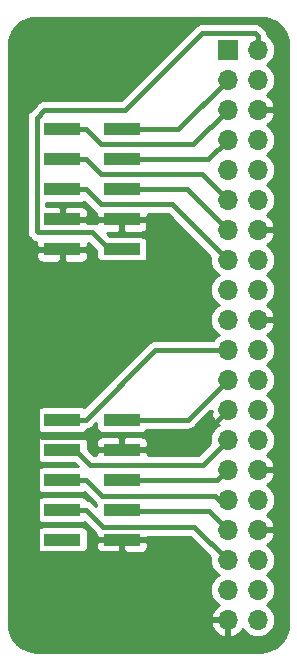
<source format=gbr>
G04 #@! TF.GenerationSoftware,KiCad,Pcbnew,5.1.4-e60b266~84~ubuntu16.04.1*
G04 #@! TF.CreationDate,2019-12-29T16:04:45+00:00*
G04 #@! TF.ProjectId,nas-mod-pi,6e61732d-6d6f-4642-9d70-692e6b696361,rev?*
G04 #@! TF.SameCoordinates,PX4db9760PY83d8710*
G04 #@! TF.FileFunction,Copper,L1,Top*
G04 #@! TF.FilePolarity,Positive*
%FSLAX46Y46*%
G04 Gerber Fmt 4.6, Leading zero omitted, Abs format (unit mm)*
G04 Created by KiCad (PCBNEW 5.1.4-e60b266~84~ubuntu16.04.1) date 2019-12-29 16:04:45*
%MOMM*%
%LPD*%
G04 APERTURE LIST*
%ADD10O,1.700000X1.700000*%
%ADD11R,1.700000X1.700000*%
%ADD12R,3.150000X1.000000*%
%ADD13C,0.400000*%
%ADD14C,0.254000*%
G04 APERTURE END LIST*
D10*
X21750000Y3340000D03*
X19210000Y3340000D03*
X21750000Y5880000D03*
X19210000Y5880000D03*
X21750000Y8420000D03*
X19210000Y8420000D03*
X21750000Y10960000D03*
X19210000Y10960000D03*
X21750000Y13500000D03*
X19210000Y13500000D03*
X21750000Y16040000D03*
X19210000Y16040000D03*
X21750000Y18580000D03*
X19210000Y18580000D03*
X21750000Y21120000D03*
X19210000Y21120000D03*
X21750000Y23660000D03*
X19210000Y23660000D03*
X21750000Y26200000D03*
X19210000Y26200000D03*
X21750000Y28740000D03*
X19210000Y28740000D03*
X21750000Y31280000D03*
X19210000Y31280000D03*
X21750000Y33820000D03*
X19210000Y33820000D03*
X21750000Y36360000D03*
X19210000Y36360000D03*
X21750000Y38900000D03*
X19210000Y38900000D03*
X21750000Y41440000D03*
X19210000Y41440000D03*
X21750000Y43980000D03*
X19210000Y43980000D03*
X21750000Y46520000D03*
X19210000Y46520000D03*
X21750000Y49060000D03*
X19210000Y49060000D03*
X21750000Y51600000D03*
D11*
X19210000Y51600000D03*
D12*
X5200000Y20296668D03*
X10250000Y20296668D03*
X5200000Y17756668D03*
X10250000Y17756668D03*
X5200000Y15216668D03*
X10250000Y15216668D03*
X5200000Y12676668D03*
X10250000Y12676668D03*
X5200000Y10136668D03*
X10250000Y10136668D03*
X5200000Y44863334D03*
X10250000Y44863334D03*
X5200000Y42323334D03*
X10250000Y42323334D03*
X5200000Y39783334D03*
X10250000Y39783334D03*
X5200000Y37243334D03*
X10250000Y37243334D03*
X5200000Y34703334D03*
X10250000Y34703334D03*
D13*
X9175000Y34703334D02*
X7735001Y36143333D01*
X7735001Y36143333D02*
X3144999Y36143333D01*
X21750000Y52802081D02*
X21750000Y51600000D01*
X3024999Y36263333D02*
X3024999Y45843335D01*
X3024999Y45843335D02*
X3681664Y46500000D01*
X3681664Y46500000D02*
X10500000Y46500000D01*
X10250000Y34703334D02*
X9175000Y34703334D01*
X10500000Y46500000D02*
X17050001Y53050001D01*
X3144999Y36143333D02*
X3024999Y36263333D01*
X21502080Y53050001D02*
X21750000Y52802081D01*
X17050001Y53050001D02*
X21502080Y53050001D01*
X18007919Y3340000D02*
X19210000Y3340000D01*
X16146668Y3340000D02*
X18007919Y3340000D01*
X10250000Y9236668D02*
X16146668Y3340000D01*
X10250000Y17756668D02*
X15846668Y17756668D01*
X5200000Y37243334D02*
X10250000Y37243334D01*
X7175000Y34703334D02*
X5200000Y34703334D01*
X8275001Y33603333D02*
X7175000Y34703334D01*
X12305001Y33603333D02*
X8275001Y33603333D01*
X12425001Y33723333D02*
X12305001Y33603333D01*
X12425001Y37043333D02*
X12425001Y33723333D01*
X12225000Y37243334D02*
X12425001Y37043333D01*
X10250000Y37243334D02*
X12225000Y37243334D01*
X8275000Y17756668D02*
X10250000Y17756668D01*
X7174999Y18856669D02*
X8275000Y17756668D01*
X3024999Y19316667D02*
X3484997Y18856669D01*
X3484997Y18856669D02*
X7174999Y18856669D01*
X5200000Y33803334D02*
X3024999Y31628333D01*
X5200000Y34703334D02*
X5200000Y33803334D01*
X15846668Y17756668D02*
X19210000Y21120000D01*
X10049999Y9036667D02*
X3144999Y9036667D01*
X3144999Y9036667D02*
X3024999Y9156667D01*
X10250000Y9236668D02*
X10049999Y9036667D01*
X10250000Y10136668D02*
X10250000Y9236668D01*
X3024999Y31628333D02*
X3024999Y20024999D01*
X3024999Y20024999D02*
X3024999Y19316667D01*
X3024999Y9156667D02*
X3024999Y20024999D01*
X15786666Y39783334D02*
X19210000Y36360000D01*
X10250000Y39783334D02*
X15786666Y39783334D01*
X5200000Y39783334D02*
X6275000Y39783334D01*
X8445000Y38513334D02*
X7175000Y39783334D01*
X7175000Y39783334D02*
X5200000Y39783334D01*
X14516666Y38513334D02*
X8445000Y38513334D01*
X19210000Y33820000D02*
X14516666Y38513334D01*
X17553334Y42323334D02*
X19210000Y43980000D01*
X10250000Y42323334D02*
X17553334Y42323334D01*
X7175000Y42323334D02*
X5200000Y42323334D01*
X8445000Y41053334D02*
X7175000Y42323334D01*
X17056666Y41053334D02*
X8445000Y41053334D01*
X19210000Y38900000D02*
X17056666Y41053334D01*
X15013334Y44863334D02*
X19210000Y49060000D01*
X10250000Y44863334D02*
X15013334Y44863334D01*
X7175000Y44863334D02*
X5200000Y44863334D01*
X16283334Y43593334D02*
X8445000Y43593334D01*
X8445000Y43593334D02*
X7175000Y44863334D01*
X19210000Y46520000D02*
X16283334Y43593334D01*
X17629328Y12540672D02*
X19210000Y10960000D01*
X10250000Y12540672D02*
X17629328Y12540672D01*
X8614999Y11236669D02*
X16393331Y11236669D01*
X7175000Y12676668D02*
X8614999Y11236669D01*
X16393331Y11236669D02*
X19210000Y8420000D01*
X5200000Y12676668D02*
X7175000Y12676668D01*
X18318670Y15148670D02*
X19210000Y16040000D01*
X10250000Y15148670D02*
X18318670Y15148670D01*
X5200000Y15216668D02*
X6275000Y15216668D01*
X18490726Y13500000D02*
X19250000Y13500000D01*
X7175000Y15216668D02*
X8546997Y13844671D01*
X5200000Y15216668D02*
X7175000Y15216668D01*
X8546997Y13844671D02*
X18146055Y13844671D01*
X18146055Y13844671D02*
X18490726Y13500000D01*
X17082669Y16452669D02*
X19210000Y18580000D01*
X7578999Y16452669D02*
X17082669Y16452669D01*
X6275000Y17756668D02*
X7578999Y16452669D01*
X5200000Y17756668D02*
X6275000Y17756668D01*
X13078332Y26200000D02*
X18007919Y26200000D01*
X7175000Y20296668D02*
X13078332Y26200000D01*
X18007919Y26200000D02*
X19210000Y26200000D01*
X5200000Y20296668D02*
X7175000Y20296668D01*
X15846668Y20296668D02*
X19210000Y23660000D01*
X10250000Y20296668D02*
X15846668Y20296668D01*
D14*
G36*
X22453893Y54292330D02*
G01*
X22890498Y54160511D01*
X23293185Y53946400D01*
X23646612Y53658152D01*
X23937327Y53306739D01*
X24154242Y52905561D01*
X24289106Y52469887D01*
X24340000Y51985656D01*
X24340001Y3032289D01*
X24292330Y2546106D01*
X24160512Y2109503D01*
X23946399Y1706814D01*
X23658150Y1353387D01*
X23306739Y1062673D01*
X22905564Y845760D01*
X22469886Y710894D01*
X21985664Y660000D01*
X3032279Y660000D01*
X2546106Y707670D01*
X2109503Y839488D01*
X1706814Y1053601D01*
X1353387Y1341850D01*
X1062673Y1693261D01*
X845760Y2094436D01*
X710894Y2530114D01*
X663282Y2983110D01*
X17768524Y2983110D01*
X17813175Y2835901D01*
X17938359Y2573080D01*
X18112412Y2339731D01*
X18328645Y2144822D01*
X18578748Y1995843D01*
X18853109Y1898519D01*
X19083000Y2019186D01*
X19083000Y3213000D01*
X17889845Y3213000D01*
X17768524Y2983110D01*
X663282Y2983110D01*
X660000Y3014336D01*
X660000Y10636668D01*
X2986928Y10636668D01*
X2986928Y9636668D01*
X2999188Y9512186D01*
X3035498Y9392488D01*
X3094463Y9282174D01*
X3173815Y9185483D01*
X3270506Y9106131D01*
X3380820Y9047166D01*
X3500518Y9010856D01*
X3625000Y8998596D01*
X6775000Y8998596D01*
X6899482Y9010856D01*
X7019180Y9047166D01*
X7129494Y9106131D01*
X7226185Y9185483D01*
X7305537Y9282174D01*
X7364502Y9392488D01*
X7400812Y9512186D01*
X7413072Y9636668D01*
X8036928Y9636668D01*
X8049188Y9512186D01*
X8085498Y9392488D01*
X8144463Y9282174D01*
X8223815Y9185483D01*
X8320506Y9106131D01*
X8430820Y9047166D01*
X8550518Y9010856D01*
X8675000Y8998596D01*
X9964250Y9001668D01*
X10123000Y9160418D01*
X10123000Y10009668D01*
X10377000Y10009668D01*
X10377000Y9160418D01*
X10535750Y9001668D01*
X11825000Y8998596D01*
X11949482Y9010856D01*
X12069180Y9047166D01*
X12179494Y9106131D01*
X12276185Y9185483D01*
X12355537Y9282174D01*
X12414502Y9392488D01*
X12450812Y9512186D01*
X12463072Y9636668D01*
X12460000Y9850918D01*
X12301250Y10009668D01*
X10377000Y10009668D01*
X10123000Y10009668D01*
X8198750Y10009668D01*
X8040000Y9850918D01*
X8036928Y9636668D01*
X7413072Y9636668D01*
X7413072Y10636668D01*
X7400812Y10761150D01*
X7364502Y10880848D01*
X7305537Y10991162D01*
X7226185Y11087853D01*
X7129494Y11167205D01*
X7019180Y11226170D01*
X6899482Y11262480D01*
X6775000Y11274740D01*
X3625000Y11274740D01*
X3500518Y11262480D01*
X3380820Y11226170D01*
X3270506Y11167205D01*
X3173815Y11087853D01*
X3094463Y10991162D01*
X3035498Y10880848D01*
X2999188Y10761150D01*
X2986928Y10636668D01*
X660000Y10636668D01*
X660000Y34203334D01*
X2986928Y34203334D01*
X2999188Y34078852D01*
X3035498Y33959154D01*
X3094463Y33848840D01*
X3173815Y33752149D01*
X3270506Y33672797D01*
X3380820Y33613832D01*
X3500518Y33577522D01*
X3625000Y33565262D01*
X4914250Y33568334D01*
X5073000Y33727084D01*
X5073000Y34576334D01*
X5327000Y34576334D01*
X5327000Y33727084D01*
X5485750Y33568334D01*
X6775000Y33565262D01*
X6899482Y33577522D01*
X7019180Y33613832D01*
X7129494Y33672797D01*
X7226185Y33752149D01*
X7305537Y33848840D01*
X7364502Y33959154D01*
X7400812Y34078852D01*
X7413072Y34203334D01*
X7410000Y34417584D01*
X7251250Y34576334D01*
X5327000Y34576334D01*
X5073000Y34576334D01*
X3148750Y34576334D01*
X2990000Y34417584D01*
X2986928Y34203334D01*
X660000Y34203334D01*
X660000Y45843335D01*
X2185959Y45843335D01*
X2190000Y45802306D01*
X2189999Y36304352D01*
X2185959Y36263333D01*
X2189999Y36222315D01*
X2202081Y36099645D01*
X2249827Y35942247D01*
X2327363Y35797188D01*
X2431708Y35670042D01*
X2463576Y35643889D01*
X2525556Y35581908D01*
X2551708Y35550042D01*
X2678853Y35445697D01*
X2823912Y35368161D01*
X2981310Y35320415D01*
X2998294Y35318742D01*
X2986928Y35203334D01*
X2990000Y34989084D01*
X3148750Y34830334D01*
X5073000Y34830334D01*
X5073000Y34850334D01*
X5327000Y34850334D01*
X5327000Y34830334D01*
X7251250Y34830334D01*
X7410000Y34989084D01*
X7413072Y35203334D01*
X7404216Y35293251D01*
X8036928Y34660538D01*
X8036928Y34203334D01*
X8049188Y34078852D01*
X8085498Y33959154D01*
X8144463Y33848840D01*
X8223815Y33752149D01*
X8320506Y33672797D01*
X8430820Y33613832D01*
X8550518Y33577522D01*
X8675000Y33565262D01*
X11825000Y33565262D01*
X11949482Y33577522D01*
X12069180Y33613832D01*
X12179494Y33672797D01*
X12276185Y33752149D01*
X12355537Y33848840D01*
X12414502Y33959154D01*
X12450812Y34078852D01*
X12463072Y34203334D01*
X12463072Y35203334D01*
X12450812Y35327816D01*
X12414502Y35447514D01*
X12355537Y35557828D01*
X12276185Y35654519D01*
X12179494Y35733871D01*
X12069180Y35792836D01*
X11949482Y35829146D01*
X11825000Y35841406D01*
X9217796Y35841406D01*
X8953276Y36105925D01*
X9964250Y36108334D01*
X10123000Y36267084D01*
X10123000Y37116334D01*
X10377000Y37116334D01*
X10377000Y36267084D01*
X10535750Y36108334D01*
X11825000Y36105262D01*
X11949482Y36117522D01*
X12069180Y36153832D01*
X12179494Y36212797D01*
X12276185Y36292149D01*
X12355537Y36388840D01*
X12414502Y36499154D01*
X12450812Y36618852D01*
X12463072Y36743334D01*
X12460000Y36957584D01*
X12301250Y37116334D01*
X10377000Y37116334D01*
X10123000Y37116334D01*
X8198750Y37116334D01*
X8040000Y36957584D01*
X8039512Y36923533D01*
X7898690Y36966251D01*
X7776020Y36978333D01*
X7776019Y36978333D01*
X7735001Y36982373D01*
X7693983Y36978333D01*
X7389251Y36978333D01*
X7251250Y37116334D01*
X5327000Y37116334D01*
X5327000Y37096334D01*
X5073000Y37096334D01*
X5073000Y37116334D01*
X5053000Y37116334D01*
X5053000Y37370334D01*
X5073000Y37370334D01*
X5073000Y38219584D01*
X5327000Y38219584D01*
X5327000Y37370334D01*
X7251250Y37370334D01*
X7410000Y37529084D01*
X7413072Y37743334D01*
X7400812Y37867816D01*
X7364502Y37987514D01*
X7305537Y38097828D01*
X7226185Y38194519D01*
X7129494Y38273871D01*
X7019180Y38332836D01*
X6899482Y38369146D01*
X6775000Y38381406D01*
X5485750Y38378334D01*
X5327000Y38219584D01*
X5073000Y38219584D01*
X4914250Y38378334D01*
X3859999Y38380846D01*
X3859999Y38645262D01*
X6775000Y38645262D01*
X6899482Y38657522D01*
X7019180Y38693832D01*
X7061183Y38716283D01*
X7825558Y37951908D01*
X7851709Y37920043D01*
X7978854Y37815698D01*
X8040794Y37782590D01*
X8036928Y37743334D01*
X8040000Y37529084D01*
X8198750Y37370334D01*
X10123000Y37370334D01*
X10123000Y37390334D01*
X10377000Y37390334D01*
X10377000Y37370334D01*
X12301250Y37370334D01*
X12460000Y37529084D01*
X12462140Y37678334D01*
X14170799Y37678334D01*
X17745728Y34103404D01*
X17717815Y33820000D01*
X17746487Y33528889D01*
X17831401Y33248966D01*
X17969294Y32990986D01*
X18154866Y32764866D01*
X18380986Y32579294D01*
X18435791Y32550000D01*
X18380986Y32520706D01*
X18154866Y32335134D01*
X17969294Y32109014D01*
X17831401Y31851034D01*
X17746487Y31571111D01*
X17717815Y31280000D01*
X17746487Y30988889D01*
X17831401Y30708966D01*
X17969294Y30450986D01*
X18154866Y30224866D01*
X18380986Y30039294D01*
X18435791Y30010000D01*
X18380986Y29980706D01*
X18154866Y29795134D01*
X17969294Y29569014D01*
X17831401Y29311034D01*
X17746487Y29031111D01*
X17717815Y28740000D01*
X17746487Y28448889D01*
X17831401Y28168966D01*
X17969294Y27910986D01*
X18154866Y27684866D01*
X18380986Y27499294D01*
X18435791Y27470000D01*
X18380986Y27440706D01*
X18154866Y27255134D01*
X17974207Y27035000D01*
X13119350Y27035000D01*
X13078331Y27039040D01*
X13037313Y27035000D01*
X12914643Y27022918D01*
X12757245Y26975172D01*
X12612186Y26897636D01*
X12485041Y26793291D01*
X12458891Y26761427D01*
X7061183Y21363718D01*
X7019180Y21386170D01*
X6899482Y21422480D01*
X6775000Y21434740D01*
X3625000Y21434740D01*
X3500518Y21422480D01*
X3380820Y21386170D01*
X3270506Y21327205D01*
X3173815Y21247853D01*
X3094463Y21151162D01*
X3035498Y21040848D01*
X2999188Y20921150D01*
X2986928Y20796668D01*
X2986928Y19796668D01*
X2999188Y19672186D01*
X3035498Y19552488D01*
X3094463Y19442174D01*
X3173815Y19345483D01*
X3270506Y19266131D01*
X3380820Y19207166D01*
X3500518Y19170856D01*
X3625000Y19158596D01*
X6775000Y19158596D01*
X6899482Y19170856D01*
X7019180Y19207166D01*
X7129494Y19266131D01*
X7226185Y19345483D01*
X7305537Y19442174D01*
X7321511Y19472058D01*
X7338689Y19473750D01*
X7496087Y19521496D01*
X7641146Y19599032D01*
X7768291Y19703377D01*
X7794446Y19735247D01*
X8036928Y19977729D01*
X8036928Y19796668D01*
X8049188Y19672186D01*
X8085498Y19552488D01*
X8144463Y19442174D01*
X8223815Y19345483D01*
X8320506Y19266131D01*
X8430820Y19207166D01*
X8550518Y19170856D01*
X8675000Y19158596D01*
X11825000Y19158596D01*
X11949482Y19170856D01*
X12069180Y19207166D01*
X12179494Y19266131D01*
X12276185Y19345483D01*
X12355537Y19442174D01*
X12365957Y19461668D01*
X15805650Y19461668D01*
X15846668Y19457628D01*
X15887686Y19461668D01*
X15887687Y19461668D01*
X16010357Y19473750D01*
X16167755Y19521496D01*
X16312814Y19599032D01*
X16439959Y19703377D01*
X16466114Y19735247D01*
X17725000Y20994132D01*
X17725000Y20992998D01*
X17889844Y20992998D01*
X17768524Y20763110D01*
X17813175Y20615901D01*
X17938359Y20353080D01*
X18112412Y20119731D01*
X18328645Y19924822D01*
X18445523Y19855201D01*
X18380986Y19820706D01*
X18154866Y19635134D01*
X17969294Y19409014D01*
X17831401Y19151034D01*
X17746487Y18871111D01*
X17717815Y18580000D01*
X17745728Y18296596D01*
X16736802Y17287669D01*
X12462627Y17287669D01*
X12460000Y17470918D01*
X12301250Y17629668D01*
X10377000Y17629668D01*
X10377000Y17609668D01*
X10123000Y17609668D01*
X10123000Y17629668D01*
X8198750Y17629668D01*
X8040000Y17470918D01*
X8037373Y17287669D01*
X7924867Y17287669D01*
X7413072Y17799463D01*
X7413072Y18256668D01*
X8036928Y18256668D01*
X8040000Y18042418D01*
X8198750Y17883668D01*
X10123000Y17883668D01*
X10123000Y18732918D01*
X10377000Y18732918D01*
X10377000Y17883668D01*
X12301250Y17883668D01*
X12460000Y18042418D01*
X12463072Y18256668D01*
X12450812Y18381150D01*
X12414502Y18500848D01*
X12355537Y18611162D01*
X12276185Y18707853D01*
X12179494Y18787205D01*
X12069180Y18846170D01*
X11949482Y18882480D01*
X11825000Y18894740D01*
X10535750Y18891668D01*
X10377000Y18732918D01*
X10123000Y18732918D01*
X9964250Y18891668D01*
X8675000Y18894740D01*
X8550518Y18882480D01*
X8430820Y18846170D01*
X8320506Y18787205D01*
X8223815Y18707853D01*
X8144463Y18611162D01*
X8085498Y18500848D01*
X8049188Y18381150D01*
X8036928Y18256668D01*
X7413072Y18256668D01*
X7400812Y18381150D01*
X7364502Y18500848D01*
X7305537Y18611162D01*
X7226185Y18707853D01*
X7129494Y18787205D01*
X7019180Y18846170D01*
X6899482Y18882480D01*
X6775000Y18894740D01*
X3625000Y18894740D01*
X3500518Y18882480D01*
X3380820Y18846170D01*
X3270506Y18787205D01*
X3173815Y18707853D01*
X3094463Y18611162D01*
X3035498Y18500848D01*
X2999188Y18381150D01*
X2986928Y18256668D01*
X2986928Y17256668D01*
X2999188Y17132186D01*
X3035498Y17012488D01*
X3094463Y16902174D01*
X3173815Y16805483D01*
X3270506Y16726131D01*
X3380820Y16667166D01*
X3500518Y16630856D01*
X3625000Y16618596D01*
X6232205Y16618596D01*
X6496060Y16354740D01*
X3625000Y16354740D01*
X3500518Y16342480D01*
X3380820Y16306170D01*
X3270506Y16247205D01*
X3173815Y16167853D01*
X3094463Y16071162D01*
X3035498Y15960848D01*
X2999188Y15841150D01*
X2986928Y15716668D01*
X2986928Y14716668D01*
X2999188Y14592186D01*
X3035498Y14472488D01*
X3094463Y14362174D01*
X3173815Y14265483D01*
X3270506Y14186131D01*
X3380820Y14127166D01*
X3500518Y14090856D01*
X3625000Y14078596D01*
X6775000Y14078596D01*
X6899482Y14090856D01*
X7019180Y14127166D01*
X7061183Y14149617D01*
X7927560Y13283239D01*
X7953706Y13251380D01*
X7985565Y13225234D01*
X7985567Y13225232D01*
X8037512Y13182602D01*
X8036928Y13176668D01*
X8036928Y12995607D01*
X7794446Y13238089D01*
X7768291Y13269959D01*
X7641146Y13374304D01*
X7496087Y13451840D01*
X7338689Y13499586D01*
X7321511Y13501278D01*
X7305537Y13531162D01*
X7226185Y13627853D01*
X7129494Y13707205D01*
X7019180Y13766170D01*
X6899482Y13802480D01*
X6775000Y13814740D01*
X3625000Y13814740D01*
X3500518Y13802480D01*
X3380820Y13766170D01*
X3270506Y13707205D01*
X3173815Y13627853D01*
X3094463Y13531162D01*
X3035498Y13420848D01*
X2999188Y13301150D01*
X2986928Y13176668D01*
X2986928Y12176668D01*
X2999188Y12052186D01*
X3035498Y11932488D01*
X3094463Y11822174D01*
X3173815Y11725483D01*
X3270506Y11646131D01*
X3380820Y11587166D01*
X3500518Y11550856D01*
X3625000Y11538596D01*
X6775000Y11538596D01*
X6899482Y11550856D01*
X7019180Y11587166D01*
X7061183Y11609618D01*
X7995558Y10675243D01*
X8021708Y10643378D01*
X8037012Y10630818D01*
X8040000Y10422418D01*
X8198750Y10263668D01*
X10123000Y10263668D01*
X10123000Y10283668D01*
X10377000Y10283668D01*
X10377000Y10263668D01*
X12301250Y10263668D01*
X12439251Y10401669D01*
X16047464Y10401669D01*
X17745728Y8703404D01*
X17717815Y8420000D01*
X17746487Y8128889D01*
X17831401Y7848966D01*
X17969294Y7590986D01*
X18154866Y7364866D01*
X18380986Y7179294D01*
X18435791Y7150000D01*
X18380986Y7120706D01*
X18154866Y6935134D01*
X17969294Y6709014D01*
X17831401Y6451034D01*
X17746487Y6171111D01*
X17717815Y5880000D01*
X17746487Y5588889D01*
X17831401Y5308966D01*
X17969294Y5050986D01*
X18154866Y4824866D01*
X18380986Y4639294D01*
X18445523Y4604799D01*
X18328645Y4535178D01*
X18112412Y4340269D01*
X17938359Y4106920D01*
X17813175Y3844099D01*
X17768524Y3696890D01*
X17889845Y3467000D01*
X19083000Y3467000D01*
X19083000Y3487000D01*
X19337000Y3487000D01*
X19337000Y3467000D01*
X19357000Y3467000D01*
X19357000Y3213000D01*
X19337000Y3213000D01*
X19337000Y2019186D01*
X19566891Y1898519D01*
X19841252Y1995843D01*
X20091355Y2144822D01*
X20307588Y2339731D01*
X20478416Y2568756D01*
X20509294Y2510986D01*
X20694866Y2284866D01*
X20920986Y2099294D01*
X21178966Y1961401D01*
X21458889Y1876487D01*
X21677050Y1855000D01*
X21822950Y1855000D01*
X22041111Y1876487D01*
X22321034Y1961401D01*
X22579014Y2099294D01*
X22805134Y2284866D01*
X22990706Y2510986D01*
X23128599Y2768966D01*
X23213513Y3048889D01*
X23242185Y3340000D01*
X23213513Y3631111D01*
X23128599Y3911034D01*
X22990706Y4169014D01*
X22805134Y4395134D01*
X22579014Y4580706D01*
X22524209Y4610000D01*
X22579014Y4639294D01*
X22805134Y4824866D01*
X22990706Y5050986D01*
X23128599Y5308966D01*
X23213513Y5588889D01*
X23242185Y5880000D01*
X23213513Y6171111D01*
X23128599Y6451034D01*
X22990706Y6709014D01*
X22805134Y6935134D01*
X22579014Y7120706D01*
X22524209Y7150000D01*
X22579014Y7179294D01*
X22805134Y7364866D01*
X22990706Y7590986D01*
X23128599Y7848966D01*
X23213513Y8128889D01*
X23242185Y8420000D01*
X23213513Y8711111D01*
X23128599Y8991034D01*
X22990706Y9249014D01*
X22805134Y9475134D01*
X22579014Y9660706D01*
X22514477Y9695201D01*
X22631355Y9764822D01*
X22847588Y9959731D01*
X23021641Y10193080D01*
X23146825Y10455901D01*
X23191476Y10603110D01*
X23070155Y10833000D01*
X21877000Y10833000D01*
X21877000Y10813000D01*
X21623000Y10813000D01*
X21623000Y10833000D01*
X21603000Y10833000D01*
X21603000Y11087000D01*
X21623000Y11087000D01*
X21623000Y11107000D01*
X21877000Y11107000D01*
X21877000Y11087000D01*
X23070155Y11087000D01*
X23191476Y11316890D01*
X23146825Y11464099D01*
X23021641Y11726920D01*
X22847588Y11960269D01*
X22631355Y12155178D01*
X22514477Y12224799D01*
X22579014Y12259294D01*
X22805134Y12444866D01*
X22990706Y12670986D01*
X23128599Y12928966D01*
X23213513Y13208889D01*
X23242185Y13500000D01*
X23213513Y13791111D01*
X23128599Y14071034D01*
X22990706Y14329014D01*
X22805134Y14555134D01*
X22579014Y14740706D01*
X22514477Y14775201D01*
X22631355Y14844822D01*
X22847588Y15039731D01*
X23021641Y15273080D01*
X23146825Y15535901D01*
X23191476Y15683110D01*
X23070155Y15913000D01*
X21877000Y15913000D01*
X21877000Y15893000D01*
X21623000Y15893000D01*
X21623000Y15913000D01*
X21603000Y15913000D01*
X21603000Y16167000D01*
X21623000Y16167000D01*
X21623000Y16187000D01*
X21877000Y16187000D01*
X21877000Y16167000D01*
X23070155Y16167000D01*
X23191476Y16396890D01*
X23146825Y16544099D01*
X23021641Y16806920D01*
X22847588Y17040269D01*
X22631355Y17235178D01*
X22514477Y17304799D01*
X22579014Y17339294D01*
X22805134Y17524866D01*
X22990706Y17750986D01*
X23128599Y18008966D01*
X23213513Y18288889D01*
X23242185Y18580000D01*
X23213513Y18871111D01*
X23128599Y19151034D01*
X22990706Y19409014D01*
X22805134Y19635134D01*
X22579014Y19820706D01*
X22524209Y19850000D01*
X22579014Y19879294D01*
X22805134Y20064866D01*
X22990706Y20290986D01*
X23128599Y20548966D01*
X23213513Y20828889D01*
X23242185Y21120000D01*
X23213513Y21411111D01*
X23128599Y21691034D01*
X22990706Y21949014D01*
X22805134Y22175134D01*
X22579014Y22360706D01*
X22524209Y22390000D01*
X22579014Y22419294D01*
X22805134Y22604866D01*
X22990706Y22830986D01*
X23128599Y23088966D01*
X23213513Y23368889D01*
X23242185Y23660000D01*
X23213513Y23951111D01*
X23128599Y24231034D01*
X22990706Y24489014D01*
X22805134Y24715134D01*
X22579014Y24900706D01*
X22524209Y24930000D01*
X22579014Y24959294D01*
X22805134Y25144866D01*
X22990706Y25370986D01*
X23128599Y25628966D01*
X23213513Y25908889D01*
X23242185Y26200000D01*
X23213513Y26491111D01*
X23128599Y26771034D01*
X22990706Y27029014D01*
X22805134Y27255134D01*
X22579014Y27440706D01*
X22514477Y27475201D01*
X22631355Y27544822D01*
X22847588Y27739731D01*
X23021641Y27973080D01*
X23146825Y28235901D01*
X23191476Y28383110D01*
X23070155Y28613000D01*
X21877000Y28613000D01*
X21877000Y28593000D01*
X21623000Y28593000D01*
X21623000Y28613000D01*
X21603000Y28613000D01*
X21603000Y28867000D01*
X21623000Y28867000D01*
X21623000Y28887000D01*
X21877000Y28887000D01*
X21877000Y28867000D01*
X23070155Y28867000D01*
X23191476Y29096890D01*
X23146825Y29244099D01*
X23021641Y29506920D01*
X22847588Y29740269D01*
X22631355Y29935178D01*
X22514477Y30004799D01*
X22579014Y30039294D01*
X22805134Y30224866D01*
X22990706Y30450986D01*
X23128599Y30708966D01*
X23213513Y30988889D01*
X23242185Y31280000D01*
X23213513Y31571111D01*
X23128599Y31851034D01*
X22990706Y32109014D01*
X22805134Y32335134D01*
X22579014Y32520706D01*
X22524209Y32550000D01*
X22579014Y32579294D01*
X22805134Y32764866D01*
X22990706Y32990986D01*
X23128599Y33248966D01*
X23213513Y33528889D01*
X23242185Y33820000D01*
X23213513Y34111111D01*
X23128599Y34391034D01*
X22990706Y34649014D01*
X22805134Y34875134D01*
X22579014Y35060706D01*
X22514477Y35095201D01*
X22631355Y35164822D01*
X22847588Y35359731D01*
X23021641Y35593080D01*
X23146825Y35855901D01*
X23191476Y36003110D01*
X23070155Y36233000D01*
X21877000Y36233000D01*
X21877000Y36213000D01*
X21623000Y36213000D01*
X21623000Y36233000D01*
X21603000Y36233000D01*
X21603000Y36487000D01*
X21623000Y36487000D01*
X21623000Y36507000D01*
X21877000Y36507000D01*
X21877000Y36487000D01*
X23070155Y36487000D01*
X23191476Y36716890D01*
X23146825Y36864099D01*
X23021641Y37126920D01*
X22847588Y37360269D01*
X22631355Y37555178D01*
X22514477Y37624799D01*
X22579014Y37659294D01*
X22805134Y37844866D01*
X22990706Y38070986D01*
X23128599Y38328966D01*
X23213513Y38608889D01*
X23242185Y38900000D01*
X23213513Y39191111D01*
X23128599Y39471034D01*
X22990706Y39729014D01*
X22805134Y39955134D01*
X22579014Y40140706D01*
X22524209Y40170000D01*
X22579014Y40199294D01*
X22805134Y40384866D01*
X22990706Y40610986D01*
X23128599Y40868966D01*
X23213513Y41148889D01*
X23242185Y41440000D01*
X23213513Y41731111D01*
X23128599Y42011034D01*
X22990706Y42269014D01*
X22805134Y42495134D01*
X22579014Y42680706D01*
X22524209Y42710000D01*
X22579014Y42739294D01*
X22805134Y42924866D01*
X22990706Y43150986D01*
X23128599Y43408966D01*
X23213513Y43688889D01*
X23242185Y43980000D01*
X23213513Y44271111D01*
X23128599Y44551034D01*
X22990706Y44809014D01*
X22805134Y45035134D01*
X22579014Y45220706D01*
X22514477Y45255201D01*
X22631355Y45324822D01*
X22847588Y45519731D01*
X23021641Y45753080D01*
X23146825Y46015901D01*
X23191476Y46163110D01*
X23070155Y46393000D01*
X21877000Y46393000D01*
X21877000Y46373000D01*
X21623000Y46373000D01*
X21623000Y46393000D01*
X21603000Y46393000D01*
X21603000Y46647000D01*
X21623000Y46647000D01*
X21623000Y46667000D01*
X21877000Y46667000D01*
X21877000Y46647000D01*
X23070155Y46647000D01*
X23191476Y46876890D01*
X23146825Y47024099D01*
X23021641Y47286920D01*
X22847588Y47520269D01*
X22631355Y47715178D01*
X22514477Y47784799D01*
X22579014Y47819294D01*
X22805134Y48004866D01*
X22990706Y48230986D01*
X23128599Y48488966D01*
X23213513Y48768889D01*
X23242185Y49060000D01*
X23213513Y49351111D01*
X23128599Y49631034D01*
X22990706Y49889014D01*
X22805134Y50115134D01*
X22579014Y50300706D01*
X22524209Y50330000D01*
X22579014Y50359294D01*
X22805134Y50544866D01*
X22990706Y50770986D01*
X23128599Y51028966D01*
X23213513Y51308889D01*
X23242185Y51600000D01*
X23213513Y51891111D01*
X23128599Y52171034D01*
X22990706Y52429014D01*
X22805134Y52655134D01*
X22585783Y52835151D01*
X22572918Y52965770D01*
X22562582Y52999842D01*
X22525172Y53123168D01*
X22447636Y53268227D01*
X22343291Y53395372D01*
X22311427Y53421522D01*
X22121525Y53611423D01*
X22095371Y53643292D01*
X21968226Y53747637D01*
X21823167Y53825173D01*
X21665769Y53872919D01*
X21543099Y53885001D01*
X21543098Y53885001D01*
X21502080Y53889041D01*
X21461062Y53885001D01*
X17091016Y53885001D01*
X17050000Y53889041D01*
X17008984Y53885001D01*
X17008982Y53885001D01*
X16886312Y53872919D01*
X16728914Y53825173D01*
X16583855Y53747637D01*
X16456710Y53643292D01*
X16430560Y53611428D01*
X10154133Y47335000D01*
X3722682Y47335000D01*
X3681664Y47339040D01*
X3640646Y47335000D01*
X3640645Y47335000D01*
X3517975Y47322918D01*
X3360577Y47275172D01*
X3215518Y47197636D01*
X3088373Y47093291D01*
X3062227Y47061431D01*
X2463572Y46462776D01*
X2431709Y46436626D01*
X2405561Y46404764D01*
X2327363Y46309480D01*
X2249827Y46164421D01*
X2202081Y46007023D01*
X2185959Y45843335D01*
X660000Y45843335D01*
X660000Y51967721D01*
X707670Y52453893D01*
X839489Y52890498D01*
X1053600Y53293185D01*
X1341848Y53646612D01*
X1693261Y53937327D01*
X2094439Y54154242D01*
X2530113Y54289106D01*
X3014344Y54340000D01*
X21967721Y54340000D01*
X22453893Y54292330D01*
X22453893Y54292330D01*
G37*
X22453893Y54292330D02*
X22890498Y54160511D01*
X23293185Y53946400D01*
X23646612Y53658152D01*
X23937327Y53306739D01*
X24154242Y52905561D01*
X24289106Y52469887D01*
X24340000Y51985656D01*
X24340001Y3032289D01*
X24292330Y2546106D01*
X24160512Y2109503D01*
X23946399Y1706814D01*
X23658150Y1353387D01*
X23306739Y1062673D01*
X22905564Y845760D01*
X22469886Y710894D01*
X21985664Y660000D01*
X3032279Y660000D01*
X2546106Y707670D01*
X2109503Y839488D01*
X1706814Y1053601D01*
X1353387Y1341850D01*
X1062673Y1693261D01*
X845760Y2094436D01*
X710894Y2530114D01*
X663282Y2983110D01*
X17768524Y2983110D01*
X17813175Y2835901D01*
X17938359Y2573080D01*
X18112412Y2339731D01*
X18328645Y2144822D01*
X18578748Y1995843D01*
X18853109Y1898519D01*
X19083000Y2019186D01*
X19083000Y3213000D01*
X17889845Y3213000D01*
X17768524Y2983110D01*
X663282Y2983110D01*
X660000Y3014336D01*
X660000Y10636668D01*
X2986928Y10636668D01*
X2986928Y9636668D01*
X2999188Y9512186D01*
X3035498Y9392488D01*
X3094463Y9282174D01*
X3173815Y9185483D01*
X3270506Y9106131D01*
X3380820Y9047166D01*
X3500518Y9010856D01*
X3625000Y8998596D01*
X6775000Y8998596D01*
X6899482Y9010856D01*
X7019180Y9047166D01*
X7129494Y9106131D01*
X7226185Y9185483D01*
X7305537Y9282174D01*
X7364502Y9392488D01*
X7400812Y9512186D01*
X7413072Y9636668D01*
X8036928Y9636668D01*
X8049188Y9512186D01*
X8085498Y9392488D01*
X8144463Y9282174D01*
X8223815Y9185483D01*
X8320506Y9106131D01*
X8430820Y9047166D01*
X8550518Y9010856D01*
X8675000Y8998596D01*
X9964250Y9001668D01*
X10123000Y9160418D01*
X10123000Y10009668D01*
X10377000Y10009668D01*
X10377000Y9160418D01*
X10535750Y9001668D01*
X11825000Y8998596D01*
X11949482Y9010856D01*
X12069180Y9047166D01*
X12179494Y9106131D01*
X12276185Y9185483D01*
X12355537Y9282174D01*
X12414502Y9392488D01*
X12450812Y9512186D01*
X12463072Y9636668D01*
X12460000Y9850918D01*
X12301250Y10009668D01*
X10377000Y10009668D01*
X10123000Y10009668D01*
X8198750Y10009668D01*
X8040000Y9850918D01*
X8036928Y9636668D01*
X7413072Y9636668D01*
X7413072Y10636668D01*
X7400812Y10761150D01*
X7364502Y10880848D01*
X7305537Y10991162D01*
X7226185Y11087853D01*
X7129494Y11167205D01*
X7019180Y11226170D01*
X6899482Y11262480D01*
X6775000Y11274740D01*
X3625000Y11274740D01*
X3500518Y11262480D01*
X3380820Y11226170D01*
X3270506Y11167205D01*
X3173815Y11087853D01*
X3094463Y10991162D01*
X3035498Y10880848D01*
X2999188Y10761150D01*
X2986928Y10636668D01*
X660000Y10636668D01*
X660000Y34203334D01*
X2986928Y34203334D01*
X2999188Y34078852D01*
X3035498Y33959154D01*
X3094463Y33848840D01*
X3173815Y33752149D01*
X3270506Y33672797D01*
X3380820Y33613832D01*
X3500518Y33577522D01*
X3625000Y33565262D01*
X4914250Y33568334D01*
X5073000Y33727084D01*
X5073000Y34576334D01*
X5327000Y34576334D01*
X5327000Y33727084D01*
X5485750Y33568334D01*
X6775000Y33565262D01*
X6899482Y33577522D01*
X7019180Y33613832D01*
X7129494Y33672797D01*
X7226185Y33752149D01*
X7305537Y33848840D01*
X7364502Y33959154D01*
X7400812Y34078852D01*
X7413072Y34203334D01*
X7410000Y34417584D01*
X7251250Y34576334D01*
X5327000Y34576334D01*
X5073000Y34576334D01*
X3148750Y34576334D01*
X2990000Y34417584D01*
X2986928Y34203334D01*
X660000Y34203334D01*
X660000Y45843335D01*
X2185959Y45843335D01*
X2190000Y45802306D01*
X2189999Y36304352D01*
X2185959Y36263333D01*
X2189999Y36222315D01*
X2202081Y36099645D01*
X2249827Y35942247D01*
X2327363Y35797188D01*
X2431708Y35670042D01*
X2463576Y35643889D01*
X2525556Y35581908D01*
X2551708Y35550042D01*
X2678853Y35445697D01*
X2823912Y35368161D01*
X2981310Y35320415D01*
X2998294Y35318742D01*
X2986928Y35203334D01*
X2990000Y34989084D01*
X3148750Y34830334D01*
X5073000Y34830334D01*
X5073000Y34850334D01*
X5327000Y34850334D01*
X5327000Y34830334D01*
X7251250Y34830334D01*
X7410000Y34989084D01*
X7413072Y35203334D01*
X7404216Y35293251D01*
X8036928Y34660538D01*
X8036928Y34203334D01*
X8049188Y34078852D01*
X8085498Y33959154D01*
X8144463Y33848840D01*
X8223815Y33752149D01*
X8320506Y33672797D01*
X8430820Y33613832D01*
X8550518Y33577522D01*
X8675000Y33565262D01*
X11825000Y33565262D01*
X11949482Y33577522D01*
X12069180Y33613832D01*
X12179494Y33672797D01*
X12276185Y33752149D01*
X12355537Y33848840D01*
X12414502Y33959154D01*
X12450812Y34078852D01*
X12463072Y34203334D01*
X12463072Y35203334D01*
X12450812Y35327816D01*
X12414502Y35447514D01*
X12355537Y35557828D01*
X12276185Y35654519D01*
X12179494Y35733871D01*
X12069180Y35792836D01*
X11949482Y35829146D01*
X11825000Y35841406D01*
X9217796Y35841406D01*
X8953276Y36105925D01*
X9964250Y36108334D01*
X10123000Y36267084D01*
X10123000Y37116334D01*
X10377000Y37116334D01*
X10377000Y36267084D01*
X10535750Y36108334D01*
X11825000Y36105262D01*
X11949482Y36117522D01*
X12069180Y36153832D01*
X12179494Y36212797D01*
X12276185Y36292149D01*
X12355537Y36388840D01*
X12414502Y36499154D01*
X12450812Y36618852D01*
X12463072Y36743334D01*
X12460000Y36957584D01*
X12301250Y37116334D01*
X10377000Y37116334D01*
X10123000Y37116334D01*
X8198750Y37116334D01*
X8040000Y36957584D01*
X8039512Y36923533D01*
X7898690Y36966251D01*
X7776020Y36978333D01*
X7776019Y36978333D01*
X7735001Y36982373D01*
X7693983Y36978333D01*
X7389251Y36978333D01*
X7251250Y37116334D01*
X5327000Y37116334D01*
X5327000Y37096334D01*
X5073000Y37096334D01*
X5073000Y37116334D01*
X5053000Y37116334D01*
X5053000Y37370334D01*
X5073000Y37370334D01*
X5073000Y38219584D01*
X5327000Y38219584D01*
X5327000Y37370334D01*
X7251250Y37370334D01*
X7410000Y37529084D01*
X7413072Y37743334D01*
X7400812Y37867816D01*
X7364502Y37987514D01*
X7305537Y38097828D01*
X7226185Y38194519D01*
X7129494Y38273871D01*
X7019180Y38332836D01*
X6899482Y38369146D01*
X6775000Y38381406D01*
X5485750Y38378334D01*
X5327000Y38219584D01*
X5073000Y38219584D01*
X4914250Y38378334D01*
X3859999Y38380846D01*
X3859999Y38645262D01*
X6775000Y38645262D01*
X6899482Y38657522D01*
X7019180Y38693832D01*
X7061183Y38716283D01*
X7825558Y37951908D01*
X7851709Y37920043D01*
X7978854Y37815698D01*
X8040794Y37782590D01*
X8036928Y37743334D01*
X8040000Y37529084D01*
X8198750Y37370334D01*
X10123000Y37370334D01*
X10123000Y37390334D01*
X10377000Y37390334D01*
X10377000Y37370334D01*
X12301250Y37370334D01*
X12460000Y37529084D01*
X12462140Y37678334D01*
X14170799Y37678334D01*
X17745728Y34103404D01*
X17717815Y33820000D01*
X17746487Y33528889D01*
X17831401Y33248966D01*
X17969294Y32990986D01*
X18154866Y32764866D01*
X18380986Y32579294D01*
X18435791Y32550000D01*
X18380986Y32520706D01*
X18154866Y32335134D01*
X17969294Y32109014D01*
X17831401Y31851034D01*
X17746487Y31571111D01*
X17717815Y31280000D01*
X17746487Y30988889D01*
X17831401Y30708966D01*
X17969294Y30450986D01*
X18154866Y30224866D01*
X18380986Y30039294D01*
X18435791Y30010000D01*
X18380986Y29980706D01*
X18154866Y29795134D01*
X17969294Y29569014D01*
X17831401Y29311034D01*
X17746487Y29031111D01*
X17717815Y28740000D01*
X17746487Y28448889D01*
X17831401Y28168966D01*
X17969294Y27910986D01*
X18154866Y27684866D01*
X18380986Y27499294D01*
X18435791Y27470000D01*
X18380986Y27440706D01*
X18154866Y27255134D01*
X17974207Y27035000D01*
X13119350Y27035000D01*
X13078331Y27039040D01*
X13037313Y27035000D01*
X12914643Y27022918D01*
X12757245Y26975172D01*
X12612186Y26897636D01*
X12485041Y26793291D01*
X12458891Y26761427D01*
X7061183Y21363718D01*
X7019180Y21386170D01*
X6899482Y21422480D01*
X6775000Y21434740D01*
X3625000Y21434740D01*
X3500518Y21422480D01*
X3380820Y21386170D01*
X3270506Y21327205D01*
X3173815Y21247853D01*
X3094463Y21151162D01*
X3035498Y21040848D01*
X2999188Y20921150D01*
X2986928Y20796668D01*
X2986928Y19796668D01*
X2999188Y19672186D01*
X3035498Y19552488D01*
X3094463Y19442174D01*
X3173815Y19345483D01*
X3270506Y19266131D01*
X3380820Y19207166D01*
X3500518Y19170856D01*
X3625000Y19158596D01*
X6775000Y19158596D01*
X6899482Y19170856D01*
X7019180Y19207166D01*
X7129494Y19266131D01*
X7226185Y19345483D01*
X7305537Y19442174D01*
X7321511Y19472058D01*
X7338689Y19473750D01*
X7496087Y19521496D01*
X7641146Y19599032D01*
X7768291Y19703377D01*
X7794446Y19735247D01*
X8036928Y19977729D01*
X8036928Y19796668D01*
X8049188Y19672186D01*
X8085498Y19552488D01*
X8144463Y19442174D01*
X8223815Y19345483D01*
X8320506Y19266131D01*
X8430820Y19207166D01*
X8550518Y19170856D01*
X8675000Y19158596D01*
X11825000Y19158596D01*
X11949482Y19170856D01*
X12069180Y19207166D01*
X12179494Y19266131D01*
X12276185Y19345483D01*
X12355537Y19442174D01*
X12365957Y19461668D01*
X15805650Y19461668D01*
X15846668Y19457628D01*
X15887686Y19461668D01*
X15887687Y19461668D01*
X16010357Y19473750D01*
X16167755Y19521496D01*
X16312814Y19599032D01*
X16439959Y19703377D01*
X16466114Y19735247D01*
X17725000Y20994132D01*
X17725000Y20992998D01*
X17889844Y20992998D01*
X17768524Y20763110D01*
X17813175Y20615901D01*
X17938359Y20353080D01*
X18112412Y20119731D01*
X18328645Y19924822D01*
X18445523Y19855201D01*
X18380986Y19820706D01*
X18154866Y19635134D01*
X17969294Y19409014D01*
X17831401Y19151034D01*
X17746487Y18871111D01*
X17717815Y18580000D01*
X17745728Y18296596D01*
X16736802Y17287669D01*
X12462627Y17287669D01*
X12460000Y17470918D01*
X12301250Y17629668D01*
X10377000Y17629668D01*
X10377000Y17609668D01*
X10123000Y17609668D01*
X10123000Y17629668D01*
X8198750Y17629668D01*
X8040000Y17470918D01*
X8037373Y17287669D01*
X7924867Y17287669D01*
X7413072Y17799463D01*
X7413072Y18256668D01*
X8036928Y18256668D01*
X8040000Y18042418D01*
X8198750Y17883668D01*
X10123000Y17883668D01*
X10123000Y18732918D01*
X10377000Y18732918D01*
X10377000Y17883668D01*
X12301250Y17883668D01*
X12460000Y18042418D01*
X12463072Y18256668D01*
X12450812Y18381150D01*
X12414502Y18500848D01*
X12355537Y18611162D01*
X12276185Y18707853D01*
X12179494Y18787205D01*
X12069180Y18846170D01*
X11949482Y18882480D01*
X11825000Y18894740D01*
X10535750Y18891668D01*
X10377000Y18732918D01*
X10123000Y18732918D01*
X9964250Y18891668D01*
X8675000Y18894740D01*
X8550518Y18882480D01*
X8430820Y18846170D01*
X8320506Y18787205D01*
X8223815Y18707853D01*
X8144463Y18611162D01*
X8085498Y18500848D01*
X8049188Y18381150D01*
X8036928Y18256668D01*
X7413072Y18256668D01*
X7400812Y18381150D01*
X7364502Y18500848D01*
X7305537Y18611162D01*
X7226185Y18707853D01*
X7129494Y18787205D01*
X7019180Y18846170D01*
X6899482Y18882480D01*
X6775000Y18894740D01*
X3625000Y18894740D01*
X3500518Y18882480D01*
X3380820Y18846170D01*
X3270506Y18787205D01*
X3173815Y18707853D01*
X3094463Y18611162D01*
X3035498Y18500848D01*
X2999188Y18381150D01*
X2986928Y18256668D01*
X2986928Y17256668D01*
X2999188Y17132186D01*
X3035498Y17012488D01*
X3094463Y16902174D01*
X3173815Y16805483D01*
X3270506Y16726131D01*
X3380820Y16667166D01*
X3500518Y16630856D01*
X3625000Y16618596D01*
X6232205Y16618596D01*
X6496060Y16354740D01*
X3625000Y16354740D01*
X3500518Y16342480D01*
X3380820Y16306170D01*
X3270506Y16247205D01*
X3173815Y16167853D01*
X3094463Y16071162D01*
X3035498Y15960848D01*
X2999188Y15841150D01*
X2986928Y15716668D01*
X2986928Y14716668D01*
X2999188Y14592186D01*
X3035498Y14472488D01*
X3094463Y14362174D01*
X3173815Y14265483D01*
X3270506Y14186131D01*
X3380820Y14127166D01*
X3500518Y14090856D01*
X3625000Y14078596D01*
X6775000Y14078596D01*
X6899482Y14090856D01*
X7019180Y14127166D01*
X7061183Y14149617D01*
X7927560Y13283239D01*
X7953706Y13251380D01*
X7985565Y13225234D01*
X7985567Y13225232D01*
X8037512Y13182602D01*
X8036928Y13176668D01*
X8036928Y12995607D01*
X7794446Y13238089D01*
X7768291Y13269959D01*
X7641146Y13374304D01*
X7496087Y13451840D01*
X7338689Y13499586D01*
X7321511Y13501278D01*
X7305537Y13531162D01*
X7226185Y13627853D01*
X7129494Y13707205D01*
X7019180Y13766170D01*
X6899482Y13802480D01*
X6775000Y13814740D01*
X3625000Y13814740D01*
X3500518Y13802480D01*
X3380820Y13766170D01*
X3270506Y13707205D01*
X3173815Y13627853D01*
X3094463Y13531162D01*
X3035498Y13420848D01*
X2999188Y13301150D01*
X2986928Y13176668D01*
X2986928Y12176668D01*
X2999188Y12052186D01*
X3035498Y11932488D01*
X3094463Y11822174D01*
X3173815Y11725483D01*
X3270506Y11646131D01*
X3380820Y11587166D01*
X3500518Y11550856D01*
X3625000Y11538596D01*
X6775000Y11538596D01*
X6899482Y11550856D01*
X7019180Y11587166D01*
X7061183Y11609618D01*
X7995558Y10675243D01*
X8021708Y10643378D01*
X8037012Y10630818D01*
X8040000Y10422418D01*
X8198750Y10263668D01*
X10123000Y10263668D01*
X10123000Y10283668D01*
X10377000Y10283668D01*
X10377000Y10263668D01*
X12301250Y10263668D01*
X12439251Y10401669D01*
X16047464Y10401669D01*
X17745728Y8703404D01*
X17717815Y8420000D01*
X17746487Y8128889D01*
X17831401Y7848966D01*
X17969294Y7590986D01*
X18154866Y7364866D01*
X18380986Y7179294D01*
X18435791Y7150000D01*
X18380986Y7120706D01*
X18154866Y6935134D01*
X17969294Y6709014D01*
X17831401Y6451034D01*
X17746487Y6171111D01*
X17717815Y5880000D01*
X17746487Y5588889D01*
X17831401Y5308966D01*
X17969294Y5050986D01*
X18154866Y4824866D01*
X18380986Y4639294D01*
X18445523Y4604799D01*
X18328645Y4535178D01*
X18112412Y4340269D01*
X17938359Y4106920D01*
X17813175Y3844099D01*
X17768524Y3696890D01*
X17889845Y3467000D01*
X19083000Y3467000D01*
X19083000Y3487000D01*
X19337000Y3487000D01*
X19337000Y3467000D01*
X19357000Y3467000D01*
X19357000Y3213000D01*
X19337000Y3213000D01*
X19337000Y2019186D01*
X19566891Y1898519D01*
X19841252Y1995843D01*
X20091355Y2144822D01*
X20307588Y2339731D01*
X20478416Y2568756D01*
X20509294Y2510986D01*
X20694866Y2284866D01*
X20920986Y2099294D01*
X21178966Y1961401D01*
X21458889Y1876487D01*
X21677050Y1855000D01*
X21822950Y1855000D01*
X22041111Y1876487D01*
X22321034Y1961401D01*
X22579014Y2099294D01*
X22805134Y2284866D01*
X22990706Y2510986D01*
X23128599Y2768966D01*
X23213513Y3048889D01*
X23242185Y3340000D01*
X23213513Y3631111D01*
X23128599Y3911034D01*
X22990706Y4169014D01*
X22805134Y4395134D01*
X22579014Y4580706D01*
X22524209Y4610000D01*
X22579014Y4639294D01*
X22805134Y4824866D01*
X22990706Y5050986D01*
X23128599Y5308966D01*
X23213513Y5588889D01*
X23242185Y5880000D01*
X23213513Y6171111D01*
X23128599Y6451034D01*
X22990706Y6709014D01*
X22805134Y6935134D01*
X22579014Y7120706D01*
X22524209Y7150000D01*
X22579014Y7179294D01*
X22805134Y7364866D01*
X22990706Y7590986D01*
X23128599Y7848966D01*
X23213513Y8128889D01*
X23242185Y8420000D01*
X23213513Y8711111D01*
X23128599Y8991034D01*
X22990706Y9249014D01*
X22805134Y9475134D01*
X22579014Y9660706D01*
X22514477Y9695201D01*
X22631355Y9764822D01*
X22847588Y9959731D01*
X23021641Y10193080D01*
X23146825Y10455901D01*
X23191476Y10603110D01*
X23070155Y10833000D01*
X21877000Y10833000D01*
X21877000Y10813000D01*
X21623000Y10813000D01*
X21623000Y10833000D01*
X21603000Y10833000D01*
X21603000Y11087000D01*
X21623000Y11087000D01*
X21623000Y11107000D01*
X21877000Y11107000D01*
X21877000Y11087000D01*
X23070155Y11087000D01*
X23191476Y11316890D01*
X23146825Y11464099D01*
X23021641Y11726920D01*
X22847588Y11960269D01*
X22631355Y12155178D01*
X22514477Y12224799D01*
X22579014Y12259294D01*
X22805134Y12444866D01*
X22990706Y12670986D01*
X23128599Y12928966D01*
X23213513Y13208889D01*
X23242185Y13500000D01*
X23213513Y13791111D01*
X23128599Y14071034D01*
X22990706Y14329014D01*
X22805134Y14555134D01*
X22579014Y14740706D01*
X22514477Y14775201D01*
X22631355Y14844822D01*
X22847588Y15039731D01*
X23021641Y15273080D01*
X23146825Y15535901D01*
X23191476Y15683110D01*
X23070155Y15913000D01*
X21877000Y15913000D01*
X21877000Y15893000D01*
X21623000Y15893000D01*
X21623000Y15913000D01*
X21603000Y15913000D01*
X21603000Y16167000D01*
X21623000Y16167000D01*
X21623000Y16187000D01*
X21877000Y16187000D01*
X21877000Y16167000D01*
X23070155Y16167000D01*
X23191476Y16396890D01*
X23146825Y16544099D01*
X23021641Y16806920D01*
X22847588Y17040269D01*
X22631355Y17235178D01*
X22514477Y17304799D01*
X22579014Y17339294D01*
X22805134Y17524866D01*
X22990706Y17750986D01*
X23128599Y18008966D01*
X23213513Y18288889D01*
X23242185Y18580000D01*
X23213513Y18871111D01*
X23128599Y19151034D01*
X22990706Y19409014D01*
X22805134Y19635134D01*
X22579014Y19820706D01*
X22524209Y19850000D01*
X22579014Y19879294D01*
X22805134Y20064866D01*
X22990706Y20290986D01*
X23128599Y20548966D01*
X23213513Y20828889D01*
X23242185Y21120000D01*
X23213513Y21411111D01*
X23128599Y21691034D01*
X22990706Y21949014D01*
X22805134Y22175134D01*
X22579014Y22360706D01*
X22524209Y22390000D01*
X22579014Y22419294D01*
X22805134Y22604866D01*
X22990706Y22830986D01*
X23128599Y23088966D01*
X23213513Y23368889D01*
X23242185Y23660000D01*
X23213513Y23951111D01*
X23128599Y24231034D01*
X22990706Y24489014D01*
X22805134Y24715134D01*
X22579014Y24900706D01*
X22524209Y24930000D01*
X22579014Y24959294D01*
X22805134Y25144866D01*
X22990706Y25370986D01*
X23128599Y25628966D01*
X23213513Y25908889D01*
X23242185Y26200000D01*
X23213513Y26491111D01*
X23128599Y26771034D01*
X22990706Y27029014D01*
X22805134Y27255134D01*
X22579014Y27440706D01*
X22514477Y27475201D01*
X22631355Y27544822D01*
X22847588Y27739731D01*
X23021641Y27973080D01*
X23146825Y28235901D01*
X23191476Y28383110D01*
X23070155Y28613000D01*
X21877000Y28613000D01*
X21877000Y28593000D01*
X21623000Y28593000D01*
X21623000Y28613000D01*
X21603000Y28613000D01*
X21603000Y28867000D01*
X21623000Y28867000D01*
X21623000Y28887000D01*
X21877000Y28887000D01*
X21877000Y28867000D01*
X23070155Y28867000D01*
X23191476Y29096890D01*
X23146825Y29244099D01*
X23021641Y29506920D01*
X22847588Y29740269D01*
X22631355Y29935178D01*
X22514477Y30004799D01*
X22579014Y30039294D01*
X22805134Y30224866D01*
X22990706Y30450986D01*
X23128599Y30708966D01*
X23213513Y30988889D01*
X23242185Y31280000D01*
X23213513Y31571111D01*
X23128599Y31851034D01*
X22990706Y32109014D01*
X22805134Y32335134D01*
X22579014Y32520706D01*
X22524209Y32550000D01*
X22579014Y32579294D01*
X22805134Y32764866D01*
X22990706Y32990986D01*
X23128599Y33248966D01*
X23213513Y33528889D01*
X23242185Y33820000D01*
X23213513Y34111111D01*
X23128599Y34391034D01*
X22990706Y34649014D01*
X22805134Y34875134D01*
X22579014Y35060706D01*
X22514477Y35095201D01*
X22631355Y35164822D01*
X22847588Y35359731D01*
X23021641Y35593080D01*
X23146825Y35855901D01*
X23191476Y36003110D01*
X23070155Y36233000D01*
X21877000Y36233000D01*
X21877000Y36213000D01*
X21623000Y36213000D01*
X21623000Y36233000D01*
X21603000Y36233000D01*
X21603000Y36487000D01*
X21623000Y36487000D01*
X21623000Y36507000D01*
X21877000Y36507000D01*
X21877000Y36487000D01*
X23070155Y36487000D01*
X23191476Y36716890D01*
X23146825Y36864099D01*
X23021641Y37126920D01*
X22847588Y37360269D01*
X22631355Y37555178D01*
X22514477Y37624799D01*
X22579014Y37659294D01*
X22805134Y37844866D01*
X22990706Y38070986D01*
X23128599Y38328966D01*
X23213513Y38608889D01*
X23242185Y38900000D01*
X23213513Y39191111D01*
X23128599Y39471034D01*
X22990706Y39729014D01*
X22805134Y39955134D01*
X22579014Y40140706D01*
X22524209Y40170000D01*
X22579014Y40199294D01*
X22805134Y40384866D01*
X22990706Y40610986D01*
X23128599Y40868966D01*
X23213513Y41148889D01*
X23242185Y41440000D01*
X23213513Y41731111D01*
X23128599Y42011034D01*
X22990706Y42269014D01*
X22805134Y42495134D01*
X22579014Y42680706D01*
X22524209Y42710000D01*
X22579014Y42739294D01*
X22805134Y42924866D01*
X22990706Y43150986D01*
X23128599Y43408966D01*
X23213513Y43688889D01*
X23242185Y43980000D01*
X23213513Y44271111D01*
X23128599Y44551034D01*
X22990706Y44809014D01*
X22805134Y45035134D01*
X22579014Y45220706D01*
X22514477Y45255201D01*
X22631355Y45324822D01*
X22847588Y45519731D01*
X23021641Y45753080D01*
X23146825Y46015901D01*
X23191476Y46163110D01*
X23070155Y46393000D01*
X21877000Y46393000D01*
X21877000Y46373000D01*
X21623000Y46373000D01*
X21623000Y46393000D01*
X21603000Y46393000D01*
X21603000Y46647000D01*
X21623000Y46647000D01*
X21623000Y46667000D01*
X21877000Y46667000D01*
X21877000Y46647000D01*
X23070155Y46647000D01*
X23191476Y46876890D01*
X23146825Y47024099D01*
X23021641Y47286920D01*
X22847588Y47520269D01*
X22631355Y47715178D01*
X22514477Y47784799D01*
X22579014Y47819294D01*
X22805134Y48004866D01*
X22990706Y48230986D01*
X23128599Y48488966D01*
X23213513Y48768889D01*
X23242185Y49060000D01*
X23213513Y49351111D01*
X23128599Y49631034D01*
X22990706Y49889014D01*
X22805134Y50115134D01*
X22579014Y50300706D01*
X22524209Y50330000D01*
X22579014Y50359294D01*
X22805134Y50544866D01*
X22990706Y50770986D01*
X23128599Y51028966D01*
X23213513Y51308889D01*
X23242185Y51600000D01*
X23213513Y51891111D01*
X23128599Y52171034D01*
X22990706Y52429014D01*
X22805134Y52655134D01*
X22585783Y52835151D01*
X22572918Y52965770D01*
X22562582Y52999842D01*
X22525172Y53123168D01*
X22447636Y53268227D01*
X22343291Y53395372D01*
X22311427Y53421522D01*
X22121525Y53611423D01*
X22095371Y53643292D01*
X21968226Y53747637D01*
X21823167Y53825173D01*
X21665769Y53872919D01*
X21543099Y53885001D01*
X21543098Y53885001D01*
X21502080Y53889041D01*
X21461062Y53885001D01*
X17091016Y53885001D01*
X17050000Y53889041D01*
X17008984Y53885001D01*
X17008982Y53885001D01*
X16886312Y53872919D01*
X16728914Y53825173D01*
X16583855Y53747637D01*
X16456710Y53643292D01*
X16430560Y53611428D01*
X10154133Y47335000D01*
X3722682Y47335000D01*
X3681664Y47339040D01*
X3640646Y47335000D01*
X3640645Y47335000D01*
X3517975Y47322918D01*
X3360577Y47275172D01*
X3215518Y47197636D01*
X3088373Y47093291D01*
X3062227Y47061431D01*
X2463572Y46462776D01*
X2431709Y46436626D01*
X2405561Y46404764D01*
X2327363Y46309480D01*
X2249827Y46164421D01*
X2202081Y46007023D01*
X2185959Y45843335D01*
X660000Y45843335D01*
X660000Y51967721D01*
X707670Y52453893D01*
X839489Y52890498D01*
X1053600Y53293185D01*
X1341848Y53646612D01*
X1693261Y53937327D01*
X2094439Y54154242D01*
X2530113Y54289106D01*
X3014344Y54340000D01*
X21967721Y54340000D01*
X22453893Y54292330D01*
G36*
X19337000Y21247000D02*
G01*
X19357000Y21247000D01*
X19357000Y20993000D01*
X19337000Y20993000D01*
X19337000Y20973000D01*
X19083000Y20973000D01*
X19083000Y20993000D01*
X19063000Y20993000D01*
X19063000Y21247000D01*
X19083000Y21247000D01*
X19083000Y21267000D01*
X19337000Y21267000D01*
X19337000Y21247000D01*
X19337000Y21247000D01*
G37*
X19337000Y21247000D02*
X19357000Y21247000D01*
X19357000Y20993000D01*
X19337000Y20993000D01*
X19337000Y20973000D01*
X19083000Y20973000D01*
X19083000Y20993000D01*
X19063000Y20993000D01*
X19063000Y21247000D01*
X19083000Y21247000D01*
X19083000Y21267000D01*
X19337000Y21267000D01*
X19337000Y21247000D01*
G36*
X19337000Y41567000D02*
G01*
X19357000Y41567000D01*
X19357000Y41313000D01*
X19337000Y41313000D01*
X19337000Y41293000D01*
X19083000Y41293000D01*
X19083000Y41313000D01*
X19063000Y41313000D01*
X19063000Y41567000D01*
X19083000Y41567000D01*
X19083000Y41587000D01*
X19337000Y41587000D01*
X19337000Y41567000D01*
X19337000Y41567000D01*
G37*
X19337000Y41567000D02*
X19357000Y41567000D01*
X19357000Y41313000D01*
X19337000Y41313000D01*
X19337000Y41293000D01*
X19083000Y41293000D01*
X19083000Y41313000D01*
X19063000Y41313000D01*
X19063000Y41567000D01*
X19083000Y41567000D01*
X19083000Y41587000D01*
X19337000Y41587000D01*
X19337000Y41567000D01*
M02*

</source>
